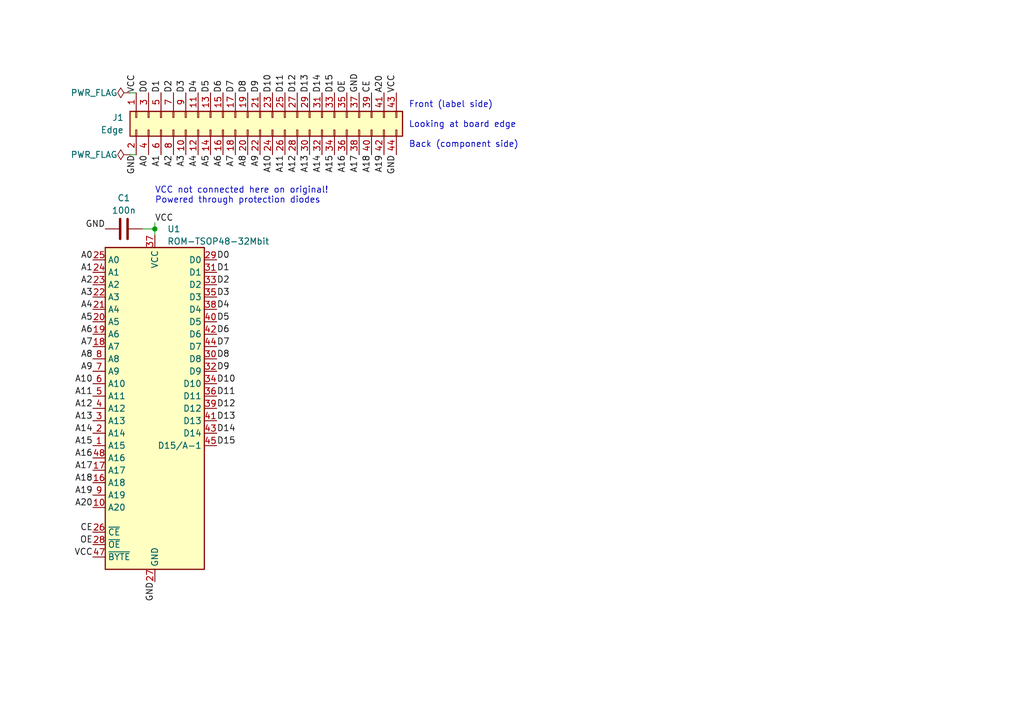
<source format=kicad_sch>
(kicad_sch (version 20230121) (generator eeschema)

  (uuid 939b13e1-9e7b-4227-8e2f-873544ba0a76)

  (paper "A5")

  (lib_symbols
    (symbol "CartParts:ROM-TSOP48-32Mbit" (in_bom yes) (on_board yes)
      (property "Reference" "U" (at 2.54 36.83 0)
        (effects (font (size 1.27 1.27)) (justify left))
      )
      (property "Value" "ROM-TSOP48-32Mbit" (at 2.54 34.29 0)
        (effects (font (size 1.27 1.27)) (justify left))
      )
      (property "Footprint" "Package_SO:TSOP-I-48_18.4x12mm_P0.5mm" (at 19.05 40.64 0)
        (effects (font (size 1.27 1.27)) hide)
      )
      (property "Datasheet" "" (at 19.05 40.64 0)
        (effects (font (size 1.27 1.27)) hide)
      )
      (symbol "ROM-TSOP48-32Mbit_1_1"
        (rectangle (start -10.16 33.02) (end 10.16 -33.02)
          (stroke (width 0.254) (type default))
          (fill (type background))
        )
        (pin input line (at -12.7 -7.62 0) (length 2.54)
          (name "A15" (effects (font (size 1.27 1.27))))
          (number "1" (effects (font (size 1.27 1.27))))
        )
        (pin input line (at -12.7 -20.32 0) (length 2.54)
          (name "A20" (effects (font (size 1.27 1.27))))
          (number "10" (effects (font (size 1.27 1.27))))
        )
        (pin input line (at -12.7 -15.24 0) (length 2.54)
          (name "A18" (effects (font (size 1.27 1.27))))
          (number "16" (effects (font (size 1.27 1.27))))
        )
        (pin input line (at -12.7 -12.7 0) (length 2.54)
          (name "A17" (effects (font (size 1.27 1.27))))
          (number "17" (effects (font (size 1.27 1.27))))
        )
        (pin input line (at -12.7 12.7 0) (length 2.54)
          (name "A7" (effects (font (size 1.27 1.27))))
          (number "18" (effects (font (size 1.27 1.27))))
        )
        (pin input line (at -12.7 15.24 0) (length 2.54)
          (name "A6" (effects (font (size 1.27 1.27))))
          (number "19" (effects (font (size 1.27 1.27))))
        )
        (pin input line (at -12.7 -5.08 0) (length 2.54)
          (name "A14" (effects (font (size 1.27 1.27))))
          (number "2" (effects (font (size 1.27 1.27))))
        )
        (pin input line (at -12.7 17.78 0) (length 2.54)
          (name "A5" (effects (font (size 1.27 1.27))))
          (number "20" (effects (font (size 1.27 1.27))))
        )
        (pin input line (at -12.7 20.32 0) (length 2.54)
          (name "A4" (effects (font (size 1.27 1.27))))
          (number "21" (effects (font (size 1.27 1.27))))
        )
        (pin input line (at -12.7 22.86 0) (length 2.54)
          (name "A3" (effects (font (size 1.27 1.27))))
          (number "22" (effects (font (size 1.27 1.27))))
        )
        (pin input line (at -12.7 25.4 0) (length 2.54)
          (name "A2" (effects (font (size 1.27 1.27))))
          (number "23" (effects (font (size 1.27 1.27))))
        )
        (pin input line (at -12.7 27.94 0) (length 2.54)
          (name "A1" (effects (font (size 1.27 1.27))))
          (number "24" (effects (font (size 1.27 1.27))))
        )
        (pin input line (at -12.7 30.48 0) (length 2.54)
          (name "A0" (effects (font (size 1.27 1.27))))
          (number "25" (effects (font (size 1.27 1.27))))
        )
        (pin input line (at -12.7 -25.4 0) (length 2.54)
          (name "~{CE}" (effects (font (size 1.27 1.27))))
          (number "26" (effects (font (size 1.27 1.27))))
        )
        (pin power_in line (at 0 -35.56 90) (length 2.54)
          (name "GND" (effects (font (size 1.27 1.27))))
          (number "27" (effects (font (size 1.27 1.27))))
        )
        (pin input line (at -12.7 -27.94 0) (length 2.54)
          (name "~{OE}" (effects (font (size 1.27 1.27))))
          (number "28" (effects (font (size 1.27 1.27))))
        )
        (pin output line (at 12.7 30.48 180) (length 2.54)
          (name "D0" (effects (font (size 1.27 1.27))))
          (number "29" (effects (font (size 1.27 1.27))))
        )
        (pin input line (at -12.7 -2.54 0) (length 2.54)
          (name "A13" (effects (font (size 1.27 1.27))))
          (number "3" (effects (font (size 1.27 1.27))))
        )
        (pin output line (at 12.7 10.16 180) (length 2.54)
          (name "D8" (effects (font (size 1.27 1.27))))
          (number "30" (effects (font (size 1.27 1.27))))
        )
        (pin output line (at 12.7 27.94 180) (length 2.54)
          (name "D1" (effects (font (size 1.27 1.27))))
          (number "31" (effects (font (size 1.27 1.27))))
        )
        (pin output line (at 12.7 7.62 180) (length 2.54)
          (name "D9" (effects (font (size 1.27 1.27))))
          (number "32" (effects (font (size 1.27 1.27))))
        )
        (pin output line (at 12.7 25.4 180) (length 2.54)
          (name "D2" (effects (font (size 1.27 1.27))))
          (number "33" (effects (font (size 1.27 1.27))))
        )
        (pin output line (at 12.7 5.08 180) (length 2.54)
          (name "D10" (effects (font (size 1.27 1.27))))
          (number "34" (effects (font (size 1.27 1.27))))
        )
        (pin output line (at 12.7 22.86 180) (length 2.54)
          (name "D3" (effects (font (size 1.27 1.27))))
          (number "35" (effects (font (size 1.27 1.27))))
        )
        (pin output line (at 12.7 2.54 180) (length 2.54)
          (name "D11" (effects (font (size 1.27 1.27))))
          (number "36" (effects (font (size 1.27 1.27))))
        )
        (pin power_in line (at 0 35.56 270) (length 2.54)
          (name "VCC" (effects (font (size 1.27 1.27))))
          (number "37" (effects (font (size 1.27 1.27))))
        )
        (pin output line (at 12.7 20.32 180) (length 2.54)
          (name "D4" (effects (font (size 1.27 1.27))))
          (number "38" (effects (font (size 1.27 1.27))))
        )
        (pin output line (at 12.7 0 180) (length 2.54)
          (name "D12" (effects (font (size 1.27 1.27))))
          (number "39" (effects (font (size 1.27 1.27))))
        )
        (pin input line (at -12.7 0 0) (length 2.54)
          (name "A12" (effects (font (size 1.27 1.27))))
          (number "4" (effects (font (size 1.27 1.27))))
        )
        (pin output line (at 12.7 17.78 180) (length 2.54)
          (name "D5" (effects (font (size 1.27 1.27))))
          (number "40" (effects (font (size 1.27 1.27))))
        )
        (pin output line (at 12.7 -2.54 180) (length 2.54)
          (name "D13" (effects (font (size 1.27 1.27))))
          (number "41" (effects (font (size 1.27 1.27))))
        )
        (pin output line (at 12.7 15.24 180) (length 2.54)
          (name "D6" (effects (font (size 1.27 1.27))))
          (number "42" (effects (font (size 1.27 1.27))))
        )
        (pin output line (at 12.7 -5.08 180) (length 2.54)
          (name "D14" (effects (font (size 1.27 1.27))))
          (number "43" (effects (font (size 1.27 1.27))))
        )
        (pin output line (at 12.7 12.7 180) (length 2.54)
          (name "D7" (effects (font (size 1.27 1.27))))
          (number "44" (effects (font (size 1.27 1.27))))
        )
        (pin output line (at 12.7 -7.62 180) (length 2.54)
          (name "D15/A-1" (effects (font (size 1.27 1.27))))
          (number "45" (effects (font (size 1.27 1.27))))
        )
        (pin power_in line (at 0 -35.56 90) (length 2.54) hide
          (name "GND" (effects (font (size 1.27 1.27))))
          (number "46" (effects (font (size 1.27 1.27))))
        )
        (pin input line (at -12.7 -30.48 0) (length 2.54)
          (name "~{BYTE}" (effects (font (size 1.27 1.27))))
          (number "47" (effects (font (size 1.27 1.27))))
        )
        (pin input line (at -12.7 -10.16 0) (length 2.54)
          (name "A16" (effects (font (size 1.27 1.27))))
          (number "48" (effects (font (size 1.27 1.27))))
        )
        (pin input line (at -12.7 2.54 0) (length 2.54)
          (name "A11" (effects (font (size 1.27 1.27))))
          (number "5" (effects (font (size 1.27 1.27))))
        )
        (pin input line (at -12.7 5.08 0) (length 2.54)
          (name "A10" (effects (font (size 1.27 1.27))))
          (number "6" (effects (font (size 1.27 1.27))))
        )
        (pin input line (at -12.7 7.62 0) (length 2.54)
          (name "A9" (effects (font (size 1.27 1.27))))
          (number "7" (effects (font (size 1.27 1.27))))
        )
        (pin input line (at -12.7 10.16 0) (length 2.54)
          (name "A8" (effects (font (size 1.27 1.27))))
          (number "8" (effects (font (size 1.27 1.27))))
        )
        (pin input line (at -12.7 -17.78 0) (length 2.54)
          (name "A19" (effects (font (size 1.27 1.27))))
          (number "9" (effects (font (size 1.27 1.27))))
        )
      )
    )
    (symbol "Connector_Generic:Conn_02x22_Odd_Even" (pin_names (offset 1.016) hide) (in_bom yes) (on_board yes)
      (property "Reference" "J" (at 1.27 27.94 0)
        (effects (font (size 1.27 1.27)))
      )
      (property "Value" "Conn_02x22_Odd_Even" (at 1.27 -30.48 0)
        (effects (font (size 1.27 1.27)))
      )
      (property "Footprint" "" (at 0 0 0)
        (effects (font (size 1.27 1.27)) hide)
      )
      (property "Datasheet" "~" (at 0 0 0)
        (effects (font (size 1.27 1.27)) hide)
      )
      (property "ki_keywords" "connector" (at 0 0 0)
        (effects (font (size 1.27 1.27)) hide)
      )
      (property "ki_description" "Generic connector, double row, 02x22, odd/even pin numbering scheme (row 1 odd numbers, row 2 even numbers), script generated (kicad-library-utils/schlib/autogen/connector/)" (at 0 0 0)
        (effects (font (size 1.27 1.27)) hide)
      )
      (property "ki_fp_filters" "Connector*:*_2x??_*" (at 0 0 0)
        (effects (font (size 1.27 1.27)) hide)
      )
      (symbol "Conn_02x22_Odd_Even_1_1"
        (rectangle (start -1.27 -27.813) (end 0 -28.067)
          (stroke (width 0.1524) (type default))
          (fill (type none))
        )
        (rectangle (start -1.27 -25.273) (end 0 -25.527)
          (stroke (width 0.1524) (type default))
          (fill (type none))
        )
        (rectangle (start -1.27 -22.733) (end 0 -22.987)
          (stroke (width 0.1524) (type default))
          (fill (type none))
        )
        (rectangle (start -1.27 -20.193) (end 0 -20.447)
          (stroke (width 0.1524) (type default))
          (fill (type none))
        )
        (rectangle (start -1.27 -17.653) (end 0 -17.907)
          (stroke (width 0.1524) (type default))
          (fill (type none))
        )
        (rectangle (start -1.27 -15.113) (end 0 -15.367)
          (stroke (width 0.1524) (type default))
          (fill (type none))
        )
        (rectangle (start -1.27 -12.573) (end 0 -12.827)
          (stroke (width 0.1524) (type default))
          (fill (type none))
        )
        (rectangle (start -1.27 -10.033) (end 0 -10.287)
          (stroke (width 0.1524) (type default))
          (fill (type none))
        )
        (rectangle (start -1.27 -7.493) (end 0 -7.747)
          (stroke (width 0.1524) (type default))
          (fill (type none))
        )
        (rectangle (start -1.27 -4.953) (end 0 -5.207)
          (stroke (width 0.1524) (type default))
          (fill (type none))
        )
        (rectangle (start -1.27 -2.413) (end 0 -2.667)
          (stroke (width 0.1524) (type default))
          (fill (type none))
        )
        (rectangle (start -1.27 0.127) (end 0 -0.127)
          (stroke (width 0.1524) (type default))
          (fill (type none))
        )
        (rectangle (start -1.27 2.667) (end 0 2.413)
          (stroke (width 0.1524) (type default))
          (fill (type none))
        )
        (rectangle (start -1.27 5.207) (end 0 4.953)
          (stroke (width 0.1524) (type default))
          (fill (type none))
        )
        (rectangle (start -1.27 7.747) (end 0 7.493)
          (stroke (width 0.1524) (type default))
          (fill (type none))
        )
        (rectangle (start -1.27 10.287) (end 0 10.033)
          (stroke (width 0.1524) (type default))
          (fill (type none))
        )
        (rectangle (start -1.27 12.827) (end 0 12.573)
          (stroke (width 0.1524) (type default))
          (fill (type none))
        )
        (rectangle (start -1.27 15.367) (end 0 15.113)
          (stroke (width 0.1524) (type default))
          (fill (type none))
        )
        (rectangle (start -1.27 17.907) (end 0 17.653)
          (stroke (width 0.1524) (type default))
          (fill (type none))
        )
        (rectangle (start -1.27 20.447) (end 0 20.193)
          (stroke (width 0.1524) (type default))
          (fill (type none))
        )
        (rectangle (start -1.27 22.987) (end 0 22.733)
          (stroke (width 0.1524) (type default))
          (fill (type none))
        )
        (rectangle (start -1.27 25.527) (end 0 25.273)
          (stroke (width 0.1524) (type default))
          (fill (type none))
        )
        (rectangle (start -1.27 26.67) (end 3.81 -29.21)
          (stroke (width 0.254) (type default))
          (fill (type background))
        )
        (rectangle (start 3.81 -27.813) (end 2.54 -28.067)
          (stroke (width 0.1524) (type default))
          (fill (type none))
        )
        (rectangle (start 3.81 -25.273) (end 2.54 -25.527)
          (stroke (width 0.1524) (type default))
          (fill (type none))
        )
        (rectangle (start 3.81 -22.733) (end 2.54 -22.987)
          (stroke (width 0.1524) (type default))
          (fill (type none))
        )
        (rectangle (start 3.81 -20.193) (end 2.54 -20.447)
          (stroke (width 0.1524) (type default))
          (fill (type none))
        )
        (rectangle (start 3.81 -17.653) (end 2.54 -17.907)
          (stroke (width 0.1524) (type default))
          (fill (type none))
        )
        (rectangle (start 3.81 -15.113) (end 2.54 -15.367)
          (stroke (width 0.1524) (type default))
          (fill (type none))
        )
        (rectangle (start 3.81 -12.573) (end 2.54 -12.827)
          (stroke (width 0.1524) (type default))
          (fill (type none))
        )
        (rectangle (start 3.81 -10.033) (end 2.54 -10.287)
          (stroke (width 0.1524) (type default))
          (fill (type none))
        )
        (rectangle (start 3.81 -7.493) (end 2.54 -7.747)
          (stroke (width 0.1524) (type default))
          (fill (type none))
        )
        (rectangle (start 3.81 -4.953) (end 2.54 -5.207)
          (stroke (width 0.1524) (type default))
          (fill (type none))
        )
        (rectangle (start 3.81 -2.413) (end 2.54 -2.667)
          (stroke (width 0.1524) (type default))
          (fill (type none))
        )
        (rectangle (start 3.81 0.127) (end 2.54 -0.127)
          (stroke (width 0.1524) (type default))
          (fill (type none))
        )
        (rectangle (start 3.81 2.667) (end 2.54 2.413)
          (stroke (width 0.1524) (type default))
          (fill (type none))
        )
        (rectangle (start 3.81 5.207) (end 2.54 4.953)
          (stroke (width 0.1524) (type default))
          (fill (type none))
        )
        (rectangle (start 3.81 7.747) (end 2.54 7.493)
          (stroke (width 0.1524) (type default))
          (fill (type none))
        )
        (rectangle (start 3.81 10.287) (end 2.54 10.033)
          (stroke (width 0.1524) (type default))
          (fill (type none))
        )
        (rectangle (start 3.81 12.827) (end 2.54 12.573)
          (stroke (width 0.1524) (type default))
          (fill (type none))
        )
        (rectangle (start 3.81 15.367) (end 2.54 15.113)
          (stroke (width 0.1524) (type default))
          (fill (type none))
        )
        (rectangle (start 3.81 17.907) (end 2.54 17.653)
          (stroke (width 0.1524) (type default))
          (fill (type none))
        )
        (rectangle (start 3.81 20.447) (end 2.54 20.193)
          (stroke (width 0.1524) (type default))
          (fill (type none))
        )
        (rectangle (start 3.81 22.987) (end 2.54 22.733)
          (stroke (width 0.1524) (type default))
          (fill (type none))
        )
        (rectangle (start 3.81 25.527) (end 2.54 25.273)
          (stroke (width 0.1524) (type default))
          (fill (type none))
        )
        (pin passive line (at -5.08 25.4 0) (length 3.81)
          (name "Pin_1" (effects (font (size 1.27 1.27))))
          (number "1" (effects (font (size 1.27 1.27))))
        )
        (pin passive line (at 7.62 15.24 180) (length 3.81)
          (name "Pin_10" (effects (font (size 1.27 1.27))))
          (number "10" (effects (font (size 1.27 1.27))))
        )
        (pin passive line (at -5.08 12.7 0) (length 3.81)
          (name "Pin_11" (effects (font (size 1.27 1.27))))
          (number "11" (effects (font (size 1.27 1.27))))
        )
        (pin passive line (at 7.62 12.7 180) (length 3.81)
          (name "Pin_12" (effects (font (size 1.27 1.27))))
          (number "12" (effects (font (size 1.27 1.27))))
        )
        (pin passive line (at -5.08 10.16 0) (length 3.81)
          (name "Pin_13" (effects (font (size 1.27 1.27))))
          (number "13" (effects (font (size 1.27 1.27))))
        )
        (pin passive line (at 7.62 10.16 180) (length 3.81)
          (name "Pin_14" (effects (font (size 1.27 1.27))))
          (number "14" (effects (font (size 1.27 1.27))))
        )
        (pin passive line (at -5.08 7.62 0) (length 3.81)
          (name "Pin_15" (effects (font (size 1.27 1.27))))
          (number "15" (effects (font (size 1.27 1.27))))
        )
        (pin passive line (at 7.62 7.62 180) (length 3.81)
          (name "Pin_16" (effects (font (size 1.27 1.27))))
          (number "16" (effects (font (size 1.27 1.27))))
        )
        (pin passive line (at -5.08 5.08 0) (length 3.81)
          (name "Pin_17" (effects (font (size 1.27 1.27))))
          (number "17" (effects (font (size 1.27 1.27))))
        )
        (pin passive line (at 7.62 5.08 180) (length 3.81)
          (name "Pin_18" (effects (font (size 1.27 1.27))))
          (number "18" (effects (font (size 1.27 1.27))))
        )
        (pin passive line (at -5.08 2.54 0) (length 3.81)
          (name "Pin_19" (effects (font (size 1.27 1.27))))
          (number "19" (effects (font (size 1.27 1.27))))
        )
        (pin passive line (at 7.62 25.4 180) (length 3.81)
          (name "Pin_2" (effects (font (size 1.27 1.27))))
          (number "2" (effects (font (size 1.27 1.27))))
        )
        (pin passive line (at 7.62 2.54 180) (length 3.81)
          (name "Pin_20" (effects (font (size 1.27 1.27))))
          (number "20" (effects (font (size 1.27 1.27))))
        )
        (pin passive line (at -5.08 0 0) (length 3.81)
          (name "Pin_21" (effects (font (size 1.27 1.27))))
          (number "21" (effects (font (size 1.27 1.27))))
        )
        (pin passive line (at 7.62 0 180) (length 3.81)
          (name "Pin_22" (effects (font (size 1.27 1.27))))
          (number "22" (effects (font (size 1.27 1.27))))
        )
        (pin passive line (at -5.08 -2.54 0) (length 3.81)
          (name "Pin_23" (effects (font (size 1.27 1.27))))
          (number "23" (effects (font (size 1.27 1.27))))
        )
        (pin passive line (at 7.62 -2.54 180) (length 3.81)
          (name "Pin_24" (effects (font (size 1.27 1.27))))
          (number "24" (effects (font (size 1.27 1.27))))
        )
        (pin passive line (at -5.08 -5.08 0) (length 3.81)
          (name "Pin_25" (effects (font (size 1.27 1.27))))
          (number "25" (effects (font (size 1.27 1.27))))
        )
        (pin passive line (at 7.62 -5.08 180) (length 3.81)
          (name "Pin_26" (effects (font (size 1.27 1.27))))
          (number "26" (effects (font (size 1.27 1.27))))
        )
        (pin passive line (at -5.08 -7.62 0) (length 3.81)
          (name "Pin_27" (effects (font (size 1.27 1.27))))
          (number "27" (effects (font (size 1.27 1.27))))
        )
        (pin passive line (at 7.62 -7.62 180) (length 3.81)
          (name "Pin_28" (effects (font (size 1.27 1.27))))
          (number "28" (effects (font (size 1.27 1.27))))
        )
        (pin passive line (at -5.08 -10.16 0) (length 3.81)
          (name "Pin_29" (effects (font (size 1.27 1.27))))
          (number "29" (effects (font (size 1.27 1.27))))
        )
        (pin passive line (at -5.08 22.86 0) (length 3.81)
          (name "Pin_3" (effects (font (size 1.27 1.27))))
          (number "3" (effects (font (size 1.27 1.27))))
        )
        (pin passive line (at 7.62 -10.16 180) (length 3.81)
          (name "Pin_30" (effects (font (size 1.27 1.27))))
          (number "30" (effects (font (size 1.27 1.27))))
        )
        (pin passive line (at -5.08 -12.7 0) (length 3.81)
          (name "Pin_31" (effects (font (size 1.27 1.27))))
          (number "31" (effects (font (size 1.27 1.27))))
        )
        (pin passive line (at 7.62 -12.7 180) (length 3.81)
          (name "Pin_32" (effects (font (size 1.27 1.27))))
          (number "32" (effects (font (size 1.27 1.27))))
        )
        (pin passive line (at -5.08 -15.24 0) (length 3.81)
          (name "Pin_33" (effects (font (size 1.27 1.27))))
          (number "33" (effects (font (size 1.27 1.27))))
        )
        (pin passive line (at 7.62 -15.24 180) (length 3.81)
          (name "Pin_34" (effects (font (size 1.27 1.27))))
          (number "34" (effects (font (size 1.27 1.27))))
        )
        (pin passive line (at -5.08 -17.78 0) (length 3.81)
          (name "Pin_35" (effects (font (size 1.27 1.27))))
          (number "35" (effects (font (size 1.27 1.27))))
        )
        (pin passive line (at 7.62 -17.78 180) (length 3.81)
          (name "Pin_36" (effects (font (size 1.27 1.27))))
          (number "36" (effects (font (size 1.27 1.27))))
        )
        (pin passive line (at -5.08 -20.32 0) (length 3.81)
          (name "Pin_37" (effects (font (size 1.27 1.27))))
          (number "37" (effects (font (size 1.27 1.27))))
        )
        (pin passive line (at 7.62 -20.32 180) (length 3.81)
          (name "Pin_38" (effects (font (size 1.27 1.27))))
          (number "38" (effects (font (size 1.27 1.27))))
        )
        (pin passive line (at -5.08 -22.86 0) (length 3.81)
          (name "Pin_39" (effects (font (size 1.27 1.27))))
          (number "39" (effects (font (size 1.27 1.27))))
        )
        (pin passive line (at 7.62 22.86 180) (length 3.81)
          (name "Pin_4" (effects (font (size 1.27 1.27))))
          (number "4" (effects (font (size 1.27 1.27))))
        )
        (pin passive line (at 7.62 -22.86 180) (length 3.81)
          (name "Pin_40" (effects (font (size 1.27 1.27))))
          (number "40" (effects (font (size 1.27 1.27))))
        )
        (pin passive line (at -5.08 -25.4 0) (length 3.81)
          (name "Pin_41" (effects (font (size 1.27 1.27))))
          (number "41" (effects (font (size 1.27 1.27))))
        )
        (pin passive line (at 7.62 -25.4 180) (length 3.81)
          (name "Pin_42" (effects (font (size 1.27 1.27))))
          (number "42" (effects (font (size 1.27 1.27))))
        )
        (pin passive line (at -5.08 -27.94 0) (length 3.81)
          (name "Pin_43" (effects (font (size 1.27 1.27))))
          (number "43" (effects (font (size 1.27 1.27))))
        )
        (pin passive line (at 7.62 -27.94 180) (length 3.81)
          (name "Pin_44" (effects (font (size 1.27 1.27))))
          (number "44" (effects (font (size 1.27 1.27))))
        )
        (pin passive line (at -5.08 20.32 0) (length 3.81)
          (name "Pin_5" (effects (font (size 1.27 1.27))))
          (number "5" (effects (font (size 1.27 1.27))))
        )
        (pin passive line (at 7.62 20.32 180) (length 3.81)
          (name "Pin_6" (effects (font (size 1.27 1.27))))
          (number "6" (effects (font (size 1.27 1.27))))
        )
        (pin passive line (at -5.08 17.78 0) (length 3.81)
          (name "Pin_7" (effects (font (size 1.27 1.27))))
          (number "7" (effects (font (size 1.27 1.27))))
        )
        (pin passive line (at 7.62 17.78 180) (length 3.81)
          (name "Pin_8" (effects (font (size 1.27 1.27))))
          (number "8" (effects (font (size 1.27 1.27))))
        )
        (pin passive line (at -5.08 15.24 0) (length 3.81)
          (name "Pin_9" (effects (font (size 1.27 1.27))))
          (number "9" (effects (font (size 1.27 1.27))))
        )
      )
    )
    (symbol "Device:C" (pin_numbers hide) (pin_names (offset 0.254)) (in_bom yes) (on_board yes)
      (property "Reference" "C" (at 0.635 2.54 0)
        (effects (font (size 1.27 1.27)) (justify left))
      )
      (property "Value" "C" (at 0.635 -2.54 0)
        (effects (font (size 1.27 1.27)) (justify left))
      )
      (property "Footprint" "" (at 0.9652 -3.81 0)
        (effects (font (size 1.27 1.27)) hide)
      )
      (property "Datasheet" "~" (at 0 0 0)
        (effects (font (size 1.27 1.27)) hide)
      )
      (property "ki_keywords" "cap capacitor" (at 0 0 0)
        (effects (font (size 1.27 1.27)) hide)
      )
      (property "ki_description" "Unpolarized capacitor" (at 0 0 0)
        (effects (font (size 1.27 1.27)) hide)
      )
      (property "ki_fp_filters" "C_*" (at 0 0 0)
        (effects (font (size 1.27 1.27)) hide)
      )
      (symbol "C_0_1"
        (polyline
          (pts
            (xy -2.032 -0.762)
            (xy 2.032 -0.762)
          )
          (stroke (width 0.508) (type default))
          (fill (type none))
        )
        (polyline
          (pts
            (xy -2.032 0.762)
            (xy 2.032 0.762)
          )
          (stroke (width 0.508) (type default))
          (fill (type none))
        )
      )
      (symbol "C_1_1"
        (pin passive line (at 0 3.81 270) (length 2.794)
          (name "~" (effects (font (size 1.27 1.27))))
          (number "1" (effects (font (size 1.27 1.27))))
        )
        (pin passive line (at 0 -3.81 90) (length 2.794)
          (name "~" (effects (font (size 1.27 1.27))))
          (number "2" (effects (font (size 1.27 1.27))))
        )
      )
    )
    (symbol "power:PWR_FLAG" (power) (pin_numbers hide) (pin_names (offset 0) hide) (in_bom yes) (on_board yes)
      (property "Reference" "#FLG" (at 0 1.905 0)
        (effects (font (size 1.27 1.27)) hide)
      )
      (property "Value" "PWR_FLAG" (at 0 3.81 0)
        (effects (font (size 1.27 1.27)))
      )
      (property "Footprint" "" (at 0 0 0)
        (effects (font (size 1.27 1.27)) hide)
      )
      (property "Datasheet" "~" (at 0 0 0)
        (effects (font (size 1.27 1.27)) hide)
      )
      (property "ki_keywords" "flag power" (at 0 0 0)
        (effects (font (size 1.27 1.27)) hide)
      )
      (property "ki_description" "Special symbol for telling ERC where power comes from" (at 0 0 0)
        (effects (font (size 1.27 1.27)) hide)
      )
      (symbol "PWR_FLAG_0_0"
        (pin power_out line (at 0 0 90) (length 0)
          (name "pwr" (effects (font (size 1.27 1.27))))
          (number "1" (effects (font (size 1.27 1.27))))
        )
      )
      (symbol "PWR_FLAG_0_1"
        (polyline
          (pts
            (xy 0 0)
            (xy 0 1.27)
            (xy -1.016 1.905)
            (xy 0 2.54)
            (xy 1.016 1.905)
            (xy 0 1.27)
          )
          (stroke (width 0) (type default))
          (fill (type none))
        )
      )
    )
  )

  (junction (at 31.75 46.99) (diameter 0) (color 0 0 0 0)
    (uuid ad580813-62a0-48cd-a362-004eaab66226)
  )

  (wire (pts (xy 26.67 31.75) (xy 27.94 31.75))
    (stroke (width 0) (type default))
    (uuid 1239197d-43ba-427c-91a7-04698035289c)
  )
  (wire (pts (xy 31.75 46.99) (xy 29.21 46.99))
    (stroke (width 0) (type default))
    (uuid 32b8c456-22f2-449c-83ce-3c03911d3481)
  )
  (wire (pts (xy 31.75 45.72) (xy 31.75 46.99))
    (stroke (width 0) (type default))
    (uuid 7526ec70-2d9c-4dfe-bd90-3d19289b414a)
  )
  (wire (pts (xy 26.67 19.05) (xy 27.94 19.05))
    (stroke (width 0) (type default))
    (uuid 849fb977-bc20-4771-9ef0-c44fd9d9bbb4)
  )
  (wire (pts (xy 31.75 46.99) (xy 31.75 48.26))
    (stroke (width 0) (type default))
    (uuid e40794d6-ffde-4e1c-bc9f-d3e41eb92387)
  )

  (text "VCC not connected here on original!\nPowered through protection diodes"
    (at 31.75 41.91 0)
    (effects (font (size 1.27 1.27)) (justify left bottom))
    (uuid 809812f6-36e6-46d1-9534-a8d1068a9ee1)
  )
  (text "Front (label side)\n\nLooking at board edge\n\nBack (component side)"
    (at 83.82 30.48 0)
    (effects (font (size 1.27 1.27)) (justify left bottom))
    (uuid e86871ea-5bb7-40c2-9b53-596cfedd76ed)
  )

  (label "D15" (at 44.45 91.44 0) (fields_autoplaced)
    (effects (font (size 1.27 1.27)) (justify left bottom))
    (uuid 007577e2-3afb-479a-9f73-8c4ef6c4f371)
  )
  (label "D3" (at 38.1 19.05 90) (fields_autoplaced)
    (effects (font (size 1.27 1.27)) (justify left bottom))
    (uuid 03c5a766-82dd-413a-a4c3-d97b6ff2723c)
  )
  (label "D8" (at 50.8 19.05 90) (fields_autoplaced)
    (effects (font (size 1.27 1.27)) (justify left bottom))
    (uuid 06553e41-0143-4e8c-9ddc-1760f92677cb)
  )
  (label "A1" (at 33.02 31.75 270) (fields_autoplaced)
    (effects (font (size 1.27 1.27)) (justify right bottom))
    (uuid 06625d71-8572-486e-bc2a-c2c5b4fa9b32)
  )
  (label "A20" (at 78.74 19.05 90) (fields_autoplaced)
    (effects (font (size 1.27 1.27)) (justify left bottom))
    (uuid 070f071d-ef5e-49d2-83bc-08c2397cd357)
  )
  (label "A3" (at 19.05 60.96 180) (fields_autoplaced)
    (effects (font (size 1.27 1.27)) (justify right bottom))
    (uuid 0a3c71fa-75ba-4e02-8259-a3eb0d92250b)
  )
  (label "D2" (at 35.56 19.05 90) (fields_autoplaced)
    (effects (font (size 1.27 1.27)) (justify left bottom))
    (uuid 0d835743-9579-4ebf-89d4-543f2e0a1190)
  )
  (label "A19" (at 78.74 31.75 270) (fields_autoplaced)
    (effects (font (size 1.27 1.27)) (justify right bottom))
    (uuid 0f1247fb-a35b-4f99-a9e4-e87a5794b646)
  )
  (label "D9" (at 44.45 76.2 0) (fields_autoplaced)
    (effects (font (size 1.27 1.27)) (justify left bottom))
    (uuid 1082d607-d832-470d-8f72-a15e542519e6)
  )
  (label "D8" (at 44.45 73.66 0) (fields_autoplaced)
    (effects (font (size 1.27 1.27)) (justify left bottom))
    (uuid 12aad728-cda5-45f6-8c4e-cce282a5a189)
  )
  (label "D7" (at 48.26 19.05 90) (fields_autoplaced)
    (effects (font (size 1.27 1.27)) (justify left bottom))
    (uuid 153b63e9-2683-4eb3-a502-7b1ed29e6a5b)
  )
  (label "A4" (at 19.05 63.5 180) (fields_autoplaced)
    (effects (font (size 1.27 1.27)) (justify right bottom))
    (uuid 16b4d1a5-1ef9-41ed-b3c7-82e6312234b7)
  )
  (label "GND" (at 81.28 31.75 270) (fields_autoplaced)
    (effects (font (size 1.27 1.27)) (justify right bottom))
    (uuid 18164b37-a216-4144-8d3a-67b9316e82ab)
  )
  (label "A8" (at 50.8 31.75 270) (fields_autoplaced)
    (effects (font (size 1.27 1.27)) (justify right bottom))
    (uuid 1aee2e6f-f5bf-4e57-a5f9-9f23daa4d7f2)
  )
  (label "D6" (at 44.45 68.58 0) (fields_autoplaced)
    (effects (font (size 1.27 1.27)) (justify left bottom))
    (uuid 1ee3cbc3-704a-4e16-a2d9-849fdac152dc)
  )
  (label "A1" (at 19.05 55.88 180) (fields_autoplaced)
    (effects (font (size 1.27 1.27)) (justify right bottom))
    (uuid 225bd2f3-32c6-4bcd-a1cf-88c473690c08)
  )
  (label "A5" (at 43.18 31.75 270) (fields_autoplaced)
    (effects (font (size 1.27 1.27)) (justify right bottom))
    (uuid 261bbd04-7e20-4fbe-8ca8-6b4ff1213a6a)
  )
  (label "A7" (at 19.05 71.12 180) (fields_autoplaced)
    (effects (font (size 1.27 1.27)) (justify right bottom))
    (uuid 26736ed9-c50f-4b30-bd1b-041f42ac3167)
  )
  (label "D4" (at 40.64 19.05 90) (fields_autoplaced)
    (effects (font (size 1.27 1.27)) (justify left bottom))
    (uuid 27ac2af6-7c58-4ac0-a099-dc77b76739c7)
  )
  (label "A6" (at 19.05 68.58 180) (fields_autoplaced)
    (effects (font (size 1.27 1.27)) (justify right bottom))
    (uuid 2951b7db-5715-41d1-a3c4-956288520b9c)
  )
  (label "D1" (at 33.02 19.05 90) (fields_autoplaced)
    (effects (font (size 1.27 1.27)) (justify left bottom))
    (uuid 2da83bd5-0b32-45bf-8ee9-3acc2abbf44f)
  )
  (label "A12" (at 19.05 83.82 180) (fields_autoplaced)
    (effects (font (size 1.27 1.27)) (justify right bottom))
    (uuid 2f32b570-f182-461a-bd3c-f76b35cd1f35)
  )
  (label "A16" (at 71.12 31.75 270) (fields_autoplaced)
    (effects (font (size 1.27 1.27)) (justify right bottom))
    (uuid 369a5e59-73f1-4ecd-98d6-114112b20011)
  )
  (label "A2" (at 19.05 58.42 180) (fields_autoplaced)
    (effects (font (size 1.27 1.27)) (justify right bottom))
    (uuid 3ab0b737-7362-4c27-9232-ece33ab98845)
  )
  (label "GND" (at 27.94 31.75 270) (fields_autoplaced)
    (effects (font (size 1.27 1.27)) (justify right bottom))
    (uuid 3eaeca2f-8a3e-4bf7-936e-0a73b917cb09)
  )
  (label "D10" (at 55.88 19.05 90) (fields_autoplaced)
    (effects (font (size 1.27 1.27)) (justify left bottom))
    (uuid 3fa8ee9b-5348-44f8-b055-8553aa64444d)
  )
  (label "A16" (at 19.05 93.98 180) (fields_autoplaced)
    (effects (font (size 1.27 1.27)) (justify right bottom))
    (uuid 41101096-d91a-4891-9d48-298c03cef77d)
  )
  (label "A19" (at 19.05 101.6 180) (fields_autoplaced)
    (effects (font (size 1.27 1.27)) (justify right bottom))
    (uuid 41fd4db3-a1d7-4a81-8160-9d774e1a3f14)
  )
  (label "A17" (at 73.66 31.75 270) (fields_autoplaced)
    (effects (font (size 1.27 1.27)) (justify right bottom))
    (uuid 425d2c1e-e300-4dc6-b70c-adf259e710c0)
  )
  (label "A5" (at 19.05 66.04 180) (fields_autoplaced)
    (effects (font (size 1.27 1.27)) (justify right bottom))
    (uuid 45388d09-f572-4ed1-95a8-8102c97d179e)
  )
  (label "A3" (at 38.1 31.75 270) (fields_autoplaced)
    (effects (font (size 1.27 1.27)) (justify right bottom))
    (uuid 4a5f5645-e9e0-41ab-9484-8f59ff33aaf2)
  )
  (label "A18" (at 19.05 99.06 180) (fields_autoplaced)
    (effects (font (size 1.27 1.27)) (justify right bottom))
    (uuid 4f8ac14c-f0b0-4cd4-97c9-7e755932c79d)
  )
  (label "A13" (at 63.5 31.75 270) (fields_autoplaced)
    (effects (font (size 1.27 1.27)) (justify right bottom))
    (uuid 52bcd422-e434-449b-8475-ccca7cf68473)
  )
  (label "A8" (at 19.05 73.66 180) (fields_autoplaced)
    (effects (font (size 1.27 1.27)) (justify right bottom))
    (uuid 537f213f-6c2b-43b6-a936-354a60ad125c)
  )
  (label "D11" (at 58.42 19.05 90) (fields_autoplaced)
    (effects (font (size 1.27 1.27)) (justify left bottom))
    (uuid 58b90319-0161-46bb-82d0-cd80ba7335bb)
  )
  (label "A13" (at 19.05 86.36 180) (fields_autoplaced)
    (effects (font (size 1.27 1.27)) (justify right bottom))
    (uuid 593e117d-7c46-4eb9-a11e-05208de04c9b)
  )
  (label "D4" (at 44.45 63.5 0) (fields_autoplaced)
    (effects (font (size 1.27 1.27)) (justify left bottom))
    (uuid 5edce337-7b1a-49b7-956b-c8007bbd0aa7)
  )
  (label "A12" (at 60.96 31.75 270) (fields_autoplaced)
    (effects (font (size 1.27 1.27)) (justify right bottom))
    (uuid 605fa8f8-baba-473c-9a10-1f1b5a5a72a7)
  )
  (label "GND" (at 21.59 46.99 180) (fields_autoplaced)
    (effects (font (size 1.27 1.27)) (justify right bottom))
    (uuid 6285a887-da1e-4507-ad5e-2f096c79c710)
  )
  (label "D1" (at 44.45 55.88 0) (fields_autoplaced)
    (effects (font (size 1.27 1.27)) (justify left bottom))
    (uuid 628ced72-ed4c-4096-8cdb-69d503aab360)
  )
  (label "A17" (at 19.05 96.52 180) (fields_autoplaced)
    (effects (font (size 1.27 1.27)) (justify right bottom))
    (uuid 67adc43d-bf3f-4317-9032-ad2d352d11f6)
  )
  (label "A10" (at 55.88 31.75 270) (fields_autoplaced)
    (effects (font (size 1.27 1.27)) (justify right bottom))
    (uuid 699ce19f-edc7-456c-93e7-4c4533bb5ab5)
  )
  (label "D13" (at 63.5 19.05 90) (fields_autoplaced)
    (effects (font (size 1.27 1.27)) (justify left bottom))
    (uuid 6a261b20-8d23-4a15-aa6d-da73130a5a51)
  )
  (label "OE" (at 71.12 19.05 90) (fields_autoplaced)
    (effects (font (size 1.27 1.27)) (justify left bottom))
    (uuid 6a90212c-d5d3-47a3-9275-e9bca85d68e1)
  )
  (label "GND" (at 31.75 119.38 270) (fields_autoplaced)
    (effects (font (size 1.27 1.27)) (justify right bottom))
    (uuid 6cd82d4b-b918-4b96-8d59-564a4aca90a7)
  )
  (label "D13" (at 44.45 86.36 0) (fields_autoplaced)
    (effects (font (size 1.27 1.27)) (justify left bottom))
    (uuid 6dffed0c-6de1-4b48-9062-67d5968e562e)
  )
  (label "A15" (at 19.05 91.44 180) (fields_autoplaced)
    (effects (font (size 1.27 1.27)) (justify right bottom))
    (uuid 7427bf33-16eb-4631-b7f1-3bafe62e8563)
  )
  (label "D14" (at 66.04 19.05 90) (fields_autoplaced)
    (effects (font (size 1.27 1.27)) (justify left bottom))
    (uuid 7536dbaf-332d-4c9d-a342-f65c0926354c)
  )
  (label "OE" (at 19.05 111.76 180) (fields_autoplaced)
    (effects (font (size 1.27 1.27)) (justify right bottom))
    (uuid 7944f8d8-ad09-4404-8a11-dd32b87ca5b2)
  )
  (label "VCC" (at 27.94 19.05 90) (fields_autoplaced)
    (effects (font (size 1.27 1.27)) (justify left bottom))
    (uuid 798292fa-fb0b-4ce1-869e-4c4c1ff05496)
  )
  (label "A4" (at 40.64 31.75 270) (fields_autoplaced)
    (effects (font (size 1.27 1.27)) (justify right bottom))
    (uuid 79a45392-7503-4df2-920b-4536f7524f69)
  )
  (label "D7" (at 44.45 71.12 0) (fields_autoplaced)
    (effects (font (size 1.27 1.27)) (justify left bottom))
    (uuid 7a4271dd-5e54-40d2-a2a7-e4845e26dee6)
  )
  (label "CE" (at 76.2 19.05 90) (fields_autoplaced)
    (effects (font (size 1.27 1.27)) (justify left bottom))
    (uuid 7ade5d9e-d91b-4e40-8741-b9d2f094243e)
  )
  (label "D12" (at 60.96 19.05 90) (fields_autoplaced)
    (effects (font (size 1.27 1.27)) (justify left bottom))
    (uuid 8476a8ff-a15b-4862-a38c-cc621f1e6b6c)
  )
  (label "A14" (at 66.04 31.75 270) (fields_autoplaced)
    (effects (font (size 1.27 1.27)) (justify right bottom))
    (uuid 8b5bd60d-0250-4c3f-b70d-bfcb75eb7386)
  )
  (label "CE" (at 19.05 109.22 180) (fields_autoplaced)
    (effects (font (size 1.27 1.27)) (justify right bottom))
    (uuid 941f1348-4186-4714-b4ad-49e7dca6d637)
  )
  (label "A11" (at 19.05 81.28 180) (fields_autoplaced)
    (effects (font (size 1.27 1.27)) (justify right bottom))
    (uuid a201070b-9c2f-4032-9d39-4d1104b1fa8c)
  )
  (label "D10" (at 44.45 78.74 0) (fields_autoplaced)
    (effects (font (size 1.27 1.27)) (justify left bottom))
    (uuid a4b4d10e-61c6-4b8c-9100-e52cfba0fab3)
  )
  (label "D5" (at 44.45 66.04 0) (fields_autoplaced)
    (effects (font (size 1.27 1.27)) (justify left bottom))
    (uuid a5ba7fe8-b8a2-4610-bc29-a3394d5f9ae7)
  )
  (label "D2" (at 44.45 58.42 0) (fields_autoplaced)
    (effects (font (size 1.27 1.27)) (justify left bottom))
    (uuid a8bb893e-88c3-4ebb-8f31-1508af0a69a2)
  )
  (label "A9" (at 19.05 76.2 180) (fields_autoplaced)
    (effects (font (size 1.27 1.27)) (justify right bottom))
    (uuid ad6f0e25-f9c6-4a74-9d5c-24f32952cc59)
  )
  (label "D12" (at 44.45 83.82 0) (fields_autoplaced)
    (effects (font (size 1.27 1.27)) (justify left bottom))
    (uuid ae2514e4-b2d3-4533-93f5-169eb5c06796)
  )
  (label "A9" (at 53.34 31.75 270) (fields_autoplaced)
    (effects (font (size 1.27 1.27)) (justify right bottom))
    (uuid b0253bb7-d92f-431d-86a5-f80544cce96f)
  )
  (label "VCC" (at 31.75 45.72 0) (fields_autoplaced)
    (effects (font (size 1.27 1.27)) (justify left bottom))
    (uuid b0856f57-085c-49fd-bdf3-f5ca442afa22)
  )
  (label "A0" (at 30.48 31.75 270) (fields_autoplaced)
    (effects (font (size 1.27 1.27)) (justify right bottom))
    (uuid c0accb74-bfb3-4c85-86a1-5fcc1ca863f7)
  )
  (label "A10" (at 19.05 78.74 180) (fields_autoplaced)
    (effects (font (size 1.27 1.27)) (justify right bottom))
    (uuid c2b0c4c3-fa14-4f35-b0a9-b1914648dd36)
  )
  (label "A20" (at 19.05 104.14 180) (fields_autoplaced)
    (effects (font (size 1.27 1.27)) (justify right bottom))
    (uuid c41558e4-b0c8-4eae-8fa7-9c2ab6ff6636)
  )
  (label "VCC" (at 81.28 19.05 90) (fields_autoplaced)
    (effects (font (size 1.27 1.27)) (justify left bottom))
    (uuid c75ae560-c6e9-4c67-8f3b-58e43a1d9811)
  )
  (label "A0" (at 19.05 53.34 180) (fields_autoplaced)
    (effects (font (size 1.27 1.27)) (justify right bottom))
    (uuid c9872dc2-5a47-433c-8ac9-e30afb2a9a1e)
  )
  (label "D5" (at 43.18 19.05 90) (fields_autoplaced)
    (effects (font (size 1.27 1.27)) (justify left bottom))
    (uuid cae7d91b-0b67-4732-989e-918ce8bfa955)
  )
  (label "A7" (at 48.26 31.75 270) (fields_autoplaced)
    (effects (font (size 1.27 1.27)) (justify right bottom))
    (uuid cb4ea4ec-84df-435f-8b33-ad92e769eacf)
  )
  (label "D0" (at 44.45 53.34 0) (fields_autoplaced)
    (effects (font (size 1.27 1.27)) (justify left bottom))
    (uuid cebbcbbd-1bcd-4651-9a9a-b8c11811b96f)
  )
  (label "VCC" (at 19.05 114.3 180) (fields_autoplaced)
    (effects (font (size 1.27 1.27)) (justify right bottom))
    (uuid cf09bdcc-a7db-47c0-88c2-03b6dd1c25cd)
  )
  (label "A2" (at 35.56 31.75 270) (fields_autoplaced)
    (effects (font (size 1.27 1.27)) (justify right bottom))
    (uuid d313f76a-2f0c-4c4b-8f22-bfa76ae50049)
  )
  (label "A11" (at 58.42 31.75 270) (fields_autoplaced)
    (effects (font (size 1.27 1.27)) (justify right bottom))
    (uuid d3316765-8717-49e1-aed5-f885872ec099)
  )
  (label "D11" (at 44.45 81.28 0) (fields_autoplaced)
    (effects (font (size 1.27 1.27)) (justify left bottom))
    (uuid d9a14ebb-4b18-498d-b95d-dd1f203128a7)
  )
  (label "D9" (at 53.34 19.05 90) (fields_autoplaced)
    (effects (font (size 1.27 1.27)) (justify left bottom))
    (uuid db2d67ee-ad28-40e2-bbd0-e047b3cc0224)
  )
  (label "D15" (at 68.58 19.05 90) (fields_autoplaced)
    (effects (font (size 1.27 1.27)) (justify left bottom))
    (uuid dc4980ff-54b0-4334-b2fb-bf75ec8581bb)
  )
  (label "D3" (at 44.45 60.96 0) (fields_autoplaced)
    (effects (font (size 1.27 1.27)) (justify left bottom))
    (uuid e13c9aba-0dbb-4b0a-9b9a-564398760c0d)
  )
  (label "A14" (at 19.05 88.9 180) (fields_autoplaced)
    (effects (font (size 1.27 1.27)) (justify right bottom))
    (uuid e2f13c61-1965-4446-b8c2-0cfab96e8d55)
  )
  (label "D14" (at 44.45 88.9 0) (fields_autoplaced)
    (effects (font (size 1.27 1.27)) (justify left bottom))
    (uuid ed9900ea-f1c3-4a27-a315-e41a34e7deb5)
  )
  (label "D6" (at 45.72 19.05 90) (fields_autoplaced)
    (effects (font (size 1.27 1.27)) (justify left bottom))
    (uuid ef57e06a-1571-4c4e-8653-50c194a6b6f0)
  )
  (label "D0" (at 30.48 19.05 90) (fields_autoplaced)
    (effects (font (size 1.27 1.27)) (justify left bottom))
    (uuid f15f1056-bdee-4e00-9b94-205f8a034769)
  )
  (label "A18" (at 76.2 31.75 270) (fields_autoplaced)
    (effects (font (size 1.27 1.27)) (justify right bottom))
    (uuid f6cb0835-b4ac-444f-a6fc-31b211393c10)
  )
  (label "A6" (at 45.72 31.75 270) (fields_autoplaced)
    (effects (font (size 1.27 1.27)) (justify right bottom))
    (uuid f7a6b862-fe78-4bfd-a297-2d005699b81e)
  )
  (label "GND" (at 73.66 19.05 90) (fields_autoplaced)
    (effects (font (size 1.27 1.27)) (justify left bottom))
    (uuid fb8390d2-1eed-493b-865d-6beb89d10eaa)
  )
  (label "A15" (at 68.58 31.75 270) (fields_autoplaced)
    (effects (font (size 1.27 1.27)) (justify right bottom))
    (uuid ff007486-f1a0-4582-9fc4-794be2035262)
  )

  (symbol (lib_id "Connector_Generic:Conn_02x22_Odd_Even") (at 53.34 24.13 90) (mirror x) (unit 1)
    (in_bom yes) (on_board yes) (dnp no)
    (uuid 05baad11-9156-40c5-bd6a-07066321ea36)
    (property "Reference" "J1" (at 25.4 24.13 90)
      (effects (font (size 1.27 1.27)) (justify left))
    )
    (property "Value" "Edge" (at 25.4 26.67 90)
      (effects (font (size 1.27 1.27)) (justify left))
    )
    (property "Footprint" "CartParts:LuckyCartEdge" (at 53.34 24.13 0)
      (effects (font (size 1.27 1.27)) hide)
    )
    (property "Datasheet" "~" (at 53.34 24.13 0)
      (effects (font (size 1.27 1.27)) hide)
    )
    (pin "1" (uuid a16ae3da-a765-4ad7-9961-73faeb45d834))
    (pin "10" (uuid 4658057b-684d-4fba-b2d5-f50192957bbd))
    (pin "11" (uuid 1cc64fd2-f1e7-4cc4-a35c-c2bdd208a0c4))
    (pin "12" (uuid 5f63202e-0e77-47e6-95b9-557f73b6d6f2))
    (pin "13" (uuid 1ebc297d-c406-440d-909b-3a4e17decb12))
    (pin "14" (uuid fe2a06e5-2b35-4085-8388-0c6c9664fc0e))
    (pin "15" (uuid fbdbe46f-8ebc-4fbe-9c41-78cc59df079e))
    (pin "16" (uuid b82e106e-19f6-4439-9249-7b43ad8d1740))
    (pin "17" (uuid 1015ff1f-4b67-4327-8327-d18bd6a84a7f))
    (pin "18" (uuid 5d989b2e-2816-42d1-84d9-61750e3ecbdf))
    (pin "19" (uuid 4647af58-593e-42e0-af20-36f9a4a25ffc))
    (pin "2" (uuid f2ca1875-1347-4afa-aa2e-306d704df09e))
    (pin "20" (uuid 025fd289-3456-4030-a0ab-5a459fd6b8cc))
    (pin "21" (uuid b95541ab-97fb-4b95-b6c5-9d68a53f0758))
    (pin "22" (uuid 395d089a-8f05-4791-b32b-7e12a6732a3c))
    (pin "23" (uuid 6ef3221e-0d93-4728-b688-3e7ee2eb61ea))
    (pin "24" (uuid ed13c168-8e24-44c3-a08b-739fb96fe973))
    (pin "25" (uuid c6ab90fb-e038-4a9e-8389-04340128c7c3))
    (pin "26" (uuid 5e4a84ec-8776-4036-8c7e-4e802ce13762))
    (pin "27" (uuid 64d9b39a-d79d-4035-ae3a-e4d0c61ab620))
    (pin "28" (uuid faf92968-028e-4e0b-996b-674ed0098548))
    (pin "29" (uuid da162b6d-0f16-4a05-aa46-9ef410ee806e))
    (pin "3" (uuid 3075cae5-bef4-439f-a2d2-c8f4412155ef))
    (pin "30" (uuid 550ad054-283b-4c98-9b37-43e8123ccf28))
    (pin "31" (uuid 81a49447-0f60-4d6a-9c94-ff0738abd82f))
    (pin "32" (uuid 3d2b1589-6747-46b8-8559-b247ea298ed1))
    (pin "33" (uuid b01d6b10-db85-4daf-b7db-edb7e16c4dc4))
    (pin "34" (uuid 11e9a95b-ae49-4485-a5e8-73f88521480a))
    (pin "35" (uuid 858b95e2-c0b6-44db-8e40-525b5a1efdcb))
    (pin "36" (uuid e7bb73b5-67ec-4229-a051-fb0a821a2b12))
    (pin "37" (uuid 2a37c937-e475-4b47-8523-eac937bc0a21))
    (pin "38" (uuid 8f0c4f4b-3aff-4db7-85dc-e9757933323f))
    (pin "39" (uuid 0f443bca-fefe-4b71-bea8-6bcfa18a8ff1))
    (pin "4" (uuid 4c9e84f1-499d-4a46-939f-828a78ba65de))
    (pin "40" (uuid 219c451e-b252-4eaf-bbf7-8ac400680517))
    (pin "41" (uuid d2534f68-5b08-48dc-a6cf-994fb434bbcd))
    (pin "42" (uuid 5aaf9166-4980-48dc-a64a-3bea29faec15))
    (pin "43" (uuid e4e442c3-917d-4229-8cae-b65722980127))
    (pin "44" (uuid 66745f90-e134-413a-8b6e-8ce91276dbda))
    (pin "5" (uuid 9d1c51f7-9e04-49bf-937e-164e215a9af4))
    (pin "6" (uuid 2b72bfd3-444b-4e7b-b72f-9667a37dd131))
    (pin "7" (uuid 09910ba9-9662-4f04-a0b5-eb04d042b217))
    (pin "8" (uuid 30a1bc4a-3d44-4dca-95b6-c543ddf5175d))
    (pin "9" (uuid 0fd9c238-428d-421a-b4bc-e4117c0438ff))
    (instances
      (project "CartReplica"
        (path "/939b13e1-9e7b-4227-8e2f-873544ba0a76"
          (reference "J1") (unit 1)
        )
      )
    )
  )

  (symbol (lib_id "power:PWR_FLAG") (at 26.67 31.75 90) (unit 1)
    (in_bom yes) (on_board yes) (dnp no)
    (uuid 08ba7c5a-bd11-405f-81c8-34c0699484bd)
    (property "Reference" "#FLG02" (at 24.765 31.75 0)
      (effects (font (size 1.27 1.27)) hide)
    )
    (property "Value" "PWR_FLAG" (at 24.13 31.75 90)
      (effects (font (size 1.27 1.27)) (justify left))
    )
    (property "Footprint" "" (at 26.67 31.75 0)
      (effects (font (size 1.27 1.27)) hide)
    )
    (property "Datasheet" "~" (at 26.67 31.75 0)
      (effects (font (size 1.27 1.27)) hide)
    )
    (pin "1" (uuid 9eb179ed-834c-4f73-a0eb-955d439f617c))
    (instances
      (project "CartReplica"
        (path "/939b13e1-9e7b-4227-8e2f-873544ba0a76"
          (reference "#FLG02") (unit 1)
        )
      )
    )
  )

  (symbol (lib_id "power:PWR_FLAG") (at 26.67 19.05 90) (unit 1)
    (in_bom yes) (on_board yes) (dnp no)
    (uuid 53f8b423-a0f7-4473-bdac-33a703af9565)
    (property "Reference" "#FLG01" (at 24.765 19.05 0)
      (effects (font (size 1.27 1.27)) hide)
    )
    (property "Value" "PWR_FLAG" (at 24.13 19.05 90)
      (effects (font (size 1.27 1.27)) (justify left))
    )
    (property "Footprint" "" (at 26.67 19.05 0)
      (effects (font (size 1.27 1.27)) hide)
    )
    (property "Datasheet" "~" (at 26.67 19.05 0)
      (effects (font (size 1.27 1.27)) hide)
    )
    (pin "1" (uuid 21c07ff7-22a9-470e-b533-f1b2daf2dacb))
    (instances
      (project "CartReplica"
        (path "/939b13e1-9e7b-4227-8e2f-873544ba0a76"
          (reference "#FLG01") (unit 1)
        )
      )
    )
  )

  (symbol (lib_id "Device:C") (at 25.4 46.99 270) (unit 1)
    (in_bom yes) (on_board yes) (dnp no) (fields_autoplaced)
    (uuid 53f93f82-deff-4eb5-85e7-982a2a15bd00)
    (property "Reference" "C1" (at 25.4 40.64 90)
      (effects (font (size 1.27 1.27)))
    )
    (property "Value" "100n" (at 25.4 43.18 90)
      (effects (font (size 1.27 1.27)))
    )
    (property "Footprint" "Capacitor_SMD:C_0603_1608Metric_Pad1.08x0.95mm_HandSolder" (at 21.59 47.9552 0)
      (effects (font (size 1.27 1.27)) hide)
    )
    (property "Datasheet" "~" (at 25.4 46.99 0)
      (effects (font (size 1.27 1.27)) hide)
    )
    (pin "1" (uuid f5fd63c0-12bb-449c-a272-10bab7d8f5ad))
    (pin "2" (uuid 5062cf4c-56b9-4bfe-8e34-2d16f0f682f1))
    (instances
      (project "CartReplica"
        (path "/939b13e1-9e7b-4227-8e2f-873544ba0a76"
          (reference "C1") (unit 1)
        )
      )
    )
  )

  (symbol (lib_id "CartParts:ROM-TSOP48-32Mbit") (at 31.75 83.82 0) (unit 1)
    (in_bom yes) (on_board yes) (dnp no)
    (uuid e1fb6cda-c76f-410d-9121-085ba8480af9)
    (property "Reference" "U1" (at 34.29 46.99 0)
      (effects (font (size 1.27 1.27)) (justify left))
    )
    (property "Value" "ROM-TSOP48-32Mbit" (at 34.29 49.53 0)
      (effects (font (size 1.27 1.27)) (justify left))
    )
    (property "Footprint" "Package_SO:TSOP-I-48_18.4x12mm_P0.5mm" (at 50.8 48.26 0)
      (effects (font (size 1.27 1.27)) hide)
    )
    (property "Datasheet" "" (at 50.8 48.26 0)
      (effects (font (size 1.27 1.27)) hide)
    )
    (pin "1" (uuid 34fde6f8-e3e3-4c4c-9fb8-afe7f29259a0))
    (pin "10" (uuid 23e82fdc-4577-40ee-b32c-016c5d8877f8))
    (pin "16" (uuid da2074e6-94be-49ea-986d-c330547e2cb9))
    (pin "17" (uuid ad8465b4-246a-4516-9a44-20f9ac85a3ed))
    (pin "18" (uuid 08016e51-a12f-41e7-9862-9d038855e3bf))
    (pin "19" (uuid ae9de654-c9fc-41ab-91f3-7e4e43bafe68))
    (pin "2" (uuid be80bdbe-057a-45b1-bb67-889647940820))
    (pin "20" (uuid 8f34b233-3bc4-4de8-be7d-5d0dc551ab46))
    (pin "21" (uuid a4a1b596-a7c9-453e-8f4a-1574d36bd355))
    (pin "22" (uuid 3aad6e1b-6e33-412d-bb86-b2941e61a0b3))
    (pin "23" (uuid 7f6cd0ce-efbe-442d-9f3a-8f20c46960af))
    (pin "24" (uuid f5c616fe-d9a9-48e5-8053-12641cdb4759))
    (pin "25" (uuid 13d98d69-c027-4cab-a9e0-15588d05dba4))
    (pin "26" (uuid fd3fa3af-6300-49a0-928e-34b53ce351b2))
    (pin "27" (uuid b09d2b31-3676-4446-8b43-aadeb75aca14))
    (pin "28" (uuid 1799315d-66c2-44ef-ac6f-ac5c22136267))
    (pin "29" (uuid f1a051de-3a24-4f9c-85f1-4760447e8836))
    (pin "3" (uuid 1c0724f6-ccad-436f-bb9c-dcdefb3dd1db))
    (pin "30" (uuid 3300b71c-a577-4212-b49f-69698aac25b0))
    (pin "31" (uuid 9086d3c9-dde0-47c4-9f49-a61aa0f7c94e))
    (pin "32" (uuid afd4c2bb-d3e2-4dca-8718-d9e9366c9983))
    (pin "33" (uuid a8f29327-93be-4e8a-9156-04bcf782bef3))
    (pin "34" (uuid f6a491db-c435-4232-9ca3-5e0d8b946340))
    (pin "35" (uuid 20509eb8-36d1-47ea-9434-e2c8935f0b69))
    (pin "36" (uuid a0d5777e-2a0d-49b2-bdc9-e3f0dd2264ca))
    (pin "37" (uuid 2ab451a2-da03-40a5-9c8e-b67d11115b11))
    (pin "38" (uuid e4feca5d-1f37-4d50-a2ec-078da668fb75))
    (pin "39" (uuid 95de8d09-d57b-45ae-8326-7eb013f32080))
    (pin "4" (uuid 4555bc7f-ce99-4b9a-aa1d-6df6780e7cc0))
    (pin "40" (uuid a2076bd7-cbb7-40dd-a224-6018b311eedf))
    (pin "41" (uuid ea635a6b-dc8e-453b-b724-5d27a7903c20))
    (pin "42" (uuid c05b6ba9-9182-48ac-b78f-26d0b8d86815))
    (pin "43" (uuid 69c1fe5c-40cc-4e2e-a1e6-39ca712abf5f))
    (pin "44" (uuid 9904ef22-bd58-4b70-b20b-4d9b95213734))
    (pin "45" (uuid 1af3c87e-29a5-4013-9c28-2a24d835b6c7))
    (pin "46" (uuid a34fc6d3-4d7c-4baa-a0b2-9b235b8a009e))
    (pin "47" (uuid bd231369-5252-4530-870e-37dbf0079255))
    (pin "48" (uuid 415b8630-6a03-4d4a-8101-ba2e32931d9f))
    (pin "5" (uuid 4c759618-f21c-464b-8751-c4c551ae5d88))
    (pin "6" (uuid c1a2d364-011e-4e58-adb6-42a622051b6a))
    (pin "7" (uuid 7e3f550c-8218-4ae6-b6b8-63422680682e))
    (pin "8" (uuid 6477ddfa-4b08-452f-84db-b4dfc98dc6f9))
    (pin "9" (uuid 41fee6bf-d15a-4469-9388-e1f4c4492316))
    (instances
      (project "CartReplica"
        (path "/939b13e1-9e7b-4227-8e2f-873544ba0a76"
          (reference "U1") (unit 1)
        )
      )
    )
  )

  (sheet_instances
    (path "/" (page "1"))
  )
)

</source>
